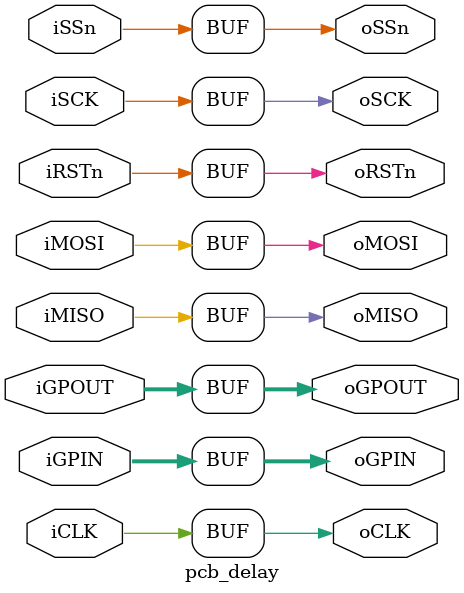
<source format=v>
`timescale 1ns / 1ps

module pcb_delay (
	
	// IN FROM TESTER
		// CM0 : CLOCK AND RESET ------------
		input wire 			iCLK,
		input wire 			iRSTn,
		// SPI ------------------------------
		input wire 			iMISO,
		// GPIN -----------------------------
		input wire [15:0] 	iGPIN,
		
	// IN FROM PIXRACER
		// SPI ------------------------------
		input wire 			iSCK,
		input wire 			iMOSI,
		input wire 			iSSn,
		// GPOUT ----------------------------
		input wire [15:0]	iGPOUT,
		
	// OUT TO TESTER
		// SPI ------------------------------
		output reg 			oSCK,
		output reg 			oMOSI,
		output reg 			oSSn,
		// GPOUT ----------------------------
		output reg [15:0]	oGPOUT,
		
	// OUT TO PIXRACER					
		// CM0 : CLOCK AND RESET ------------
		output reg			oCLK,
		output reg 			oRSTn,
		// SPI ------------------------------
		output reg 			oMISO,
		// GPIN -----------------------------
		output reg [15:0]	oGPIN
);
	
	// OUT TO TESTER

		
		// SPI ------------------------------
		always @(*) oSCK	<=  #5 iSCK;	
		always @(*) oMOSI	<=  #5 iMOSI;	
		always @(*) oSSn	<=  #5 iSSn;	
		
		// GPOUT ----------------------------
		always @(*) oGPOUT	<=  #5 iGPOUT;	
		
	// OUT TO PIXRACER	
	
		// CM0 : CLOCK AND RESET ------------
		always @(*) oCLK	<= #5 iCLK;
		always @(*) oRSTn	<=  #5 iRSTn;
		
		
		// SPI ------------------------------
		always @(*) oMISO	<=  #5 iMISO;
		
		// GPIN -----------------------------
		always @(*) oGPIN	<=  #5 iGPIN;
	

endmodule
</source>
